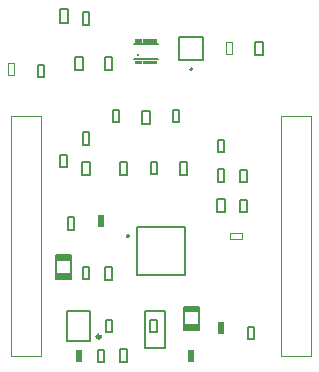
<source format=gbr>
%TF.GenerationSoftware,Altium Limited,Altium Designer,22.6.1 (34)*%
G04 Layer_Color=16711935*
%FSLAX45Y45*%
%MOMM*%
%TF.SameCoordinates,421C64DB-711B-49BE-949A-821E8169F4DF*%
%TF.FilePolarity,Positive*%
%TF.FileFunction,Other,Mechanical_13*%
%TF.Part,Single*%
G01*
G75*
%TA.AperFunction,NonConductor*%
%ADD32C,0.20000*%
%ADD33C,0.12700*%
%ADD34C,0.15240*%
%ADD42C,0.30000*%
%ADD57C,0.05000*%
%ADD58C,0.10000*%
G36*
X660400Y177800D02*
X609600D01*
Y76200D01*
X660400D01*
Y177800D01*
D02*
G37*
G36*
X570500Y829500D02*
Y779500D01*
X445500D01*
Y829500D01*
X570500D01*
D02*
G37*
G36*
Y979500D02*
Y929500D01*
X445500D01*
Y979500D01*
X570500D01*
D02*
G37*
G36*
X1650000Y494500D02*
X1525000D01*
Y544500D01*
X1650000D01*
Y494500D01*
D02*
G37*
G36*
Y344500D02*
X1525000D01*
Y394500D01*
X1650000D01*
Y344500D01*
D02*
G37*
G36*
X1866900Y311150D02*
X1816100D01*
Y412750D01*
X1866900D01*
Y311150D01*
D02*
G37*
G36*
X1612900Y76200D02*
X1562100D01*
Y177800D01*
X1612900D01*
Y76200D01*
D02*
G37*
G36*
X1300305Y2597188D02*
X1242750D01*
Y2627250D01*
X1300305D01*
Y2597188D01*
D02*
G37*
G36*
X1170190Y2597074D02*
X1112750D01*
Y2627250D01*
X1170190D01*
Y2597074D01*
D02*
G37*
G36*
X1235304Y2597051D02*
X1177750D01*
Y2627250D01*
X1235304D01*
Y2597051D01*
D02*
G37*
G36*
X850900Y1219200D02*
X800100D01*
Y1320800D01*
X850900D01*
Y1219200D01*
D02*
G37*
G36*
X1170224Y2809750D02*
Y2779804D01*
X1112750D01*
Y2809750D01*
X1170224D01*
D02*
G37*
G36*
X1235288D02*
Y2779849D01*
X1177750D01*
Y2809750D01*
X1235288D01*
D02*
G37*
G36*
X1300377D02*
Y2779853D01*
X1242750D01*
Y2809750D01*
X1300377D01*
D02*
G37*
D32*
X1597500Y2555500D02*
G03*
X1597500Y2555500I-10000J0D01*
G01*
D33*
X535000Y256000D02*
Y506000D01*
X735000D01*
Y256000D02*
Y506000D01*
X535000Y256000D02*
X735000D01*
X1194500Y504000D02*
X1364500D01*
X1194500Y194000D02*
Y504000D01*
Y194000D02*
X1364500D01*
Y504000D01*
X797500Y74000D02*
Y180000D01*
X853500Y74000D02*
Y180000D01*
X797500D02*
X853500D01*
X797500Y74000D02*
X853500D01*
X988000Y72000D02*
Y182000D01*
X1044000Y72000D02*
Y182000D01*
X988000D02*
X1044000D01*
X988000Y72000D02*
X1044000D01*
X345500Y2487000D02*
Y2593000D01*
X289500Y2487000D02*
Y2593000D01*
X345500D01*
X289500Y2487000D02*
X345500D01*
X917000Y2550500D02*
Y2656500D01*
X861000Y2550500D02*
Y2656500D01*
X917000D01*
X861000Y2550500D02*
X917000D01*
X602000Y2546500D02*
Y2660500D01*
X668000Y2546500D02*
Y2660500D01*
X602000Y2546500D02*
X668000D01*
X602000Y2660500D02*
X668000D01*
X2124000Y2785500D02*
X2194000D01*
X2124000Y2675500D02*
X2194000D01*
Y2785500D01*
X2124000Y2675500D02*
Y2785500D01*
X1487500Y2630500D02*
X1687500D01*
X1487500D02*
Y2830500D01*
X1687500D01*
Y2630500D02*
Y2830500D01*
X541000Y2948500D02*
Y3062500D01*
X475000Y2948500D02*
Y3062500D01*
X541000D01*
X475000Y2948500D02*
X541000D01*
X726500Y2931500D02*
Y3037500D01*
X670500Y2931500D02*
Y3037500D01*
X726500D01*
X670500Y2931500D02*
X726500D01*
X861000Y772500D02*
Y878500D01*
X917000Y772500D02*
Y878500D01*
X861000Y772500D02*
X917000D01*
X861000Y878500D02*
X917000D01*
X673500Y875500D02*
X723500D01*
X673500Y775500D02*
X723500D01*
Y850500D02*
Y875500D01*
X673500Y850500D02*
Y875500D01*
Y775500D02*
Y800500D01*
X723500Y775500D02*
Y800500D01*
Y850500D01*
X673500Y800500D02*
Y850500D01*
X2070500Y267500D02*
X2120500D01*
X2070500Y367500D02*
X2120500D01*
X2070500Y267500D02*
Y292500D01*
X2120500Y267500D02*
Y292500D01*
Y342500D02*
Y367500D01*
X2070500Y342500D02*
Y367500D01*
Y292500D02*
Y342500D01*
X2120500Y292500D02*
Y342500D01*
X1525000Y344500D02*
X1650000D01*
Y544500D01*
X1525000D02*
X1650000D01*
X1525000Y344500D02*
Y544500D01*
X1242000Y328000D02*
Y434000D01*
X1298000Y328000D02*
Y434000D01*
X1242000Y328000D02*
X1298000D01*
X1242000Y434000D02*
X1298000D01*
X864000Y431000D02*
X914000D01*
X864000Y331000D02*
X914000D01*
Y406000D02*
Y431000D01*
X864000Y406000D02*
Y431000D01*
Y331000D02*
Y356000D01*
X914000Y331000D02*
Y356000D01*
Y406000D01*
X864000Y356000D02*
Y406000D01*
X445500Y779500D02*
X570500D01*
Y979500D01*
X445500D02*
X570500D01*
X445500Y779500D02*
Y979500D01*
X543500Y1195000D02*
Y1305000D01*
X599500Y1195000D02*
Y1305000D01*
X543500Y1195000D02*
X599500D01*
X543500Y1305000D02*
X599500D01*
X480000Y1725000D02*
Y1831000D01*
X536000Y1725000D02*
Y1831000D01*
X480000Y1725000D02*
X536000D01*
X480000Y1831000D02*
X536000D01*
X663500Y1769500D02*
X733500D01*
X663500Y1659500D02*
X733500D01*
Y1769500D01*
X663500Y1659500D02*
Y1769500D01*
X726500Y1915500D02*
Y2021500D01*
X670500Y1915500D02*
Y2021500D01*
X726500D01*
X670500Y1915500D02*
X726500D01*
X924500Y2106000D02*
Y2212000D01*
X980500Y2106000D02*
Y2212000D01*
X924500Y2106000D02*
X980500D01*
X924500Y2212000D02*
X980500D01*
X1171500Y2086500D02*
X1241500D01*
X1171500Y2196500D02*
X1241500D01*
X1171500Y2086500D02*
Y2196500D01*
X1241500Y2086500D02*
Y2196500D01*
X1432500Y2106000D02*
Y2212000D01*
X1488500Y2106000D02*
Y2212000D01*
X1432500Y2106000D02*
X1488500D01*
X1432500Y2212000D02*
X1488500D01*
X988000Y1661500D02*
Y1767500D01*
X1044000Y1661500D02*
Y1767500D01*
X988000Y1661500D02*
X1044000D01*
X988000Y1767500D02*
X1044000D01*
X1245000Y1764500D02*
X1295000D01*
X1245000Y1664500D02*
X1295000D01*
Y1739500D02*
Y1764500D01*
X1245000Y1739500D02*
Y1764500D01*
Y1664500D02*
Y1689500D01*
X1295000Y1664500D02*
Y1689500D01*
Y1739500D01*
X1245000Y1689500D02*
Y1739500D01*
X1869500Y1596000D02*
Y1706000D01*
X1813500Y1596000D02*
Y1706000D01*
X1869500D01*
X1813500Y1596000D02*
X1869500D01*
Y1852000D02*
Y1958000D01*
X1813500Y1852000D02*
Y1958000D01*
X1869500D01*
X1813500Y1852000D02*
X1869500D01*
X2060000Y1598000D02*
Y1704000D01*
X2004000Y1598000D02*
Y1704000D01*
X2060000D01*
X2004000Y1598000D02*
X2060000D01*
Y1344000D02*
Y1450000D01*
X2004000Y1344000D02*
Y1450000D01*
X2060000D01*
X2004000Y1344000D02*
X2060000D01*
X1806500Y1342000D02*
X1876500D01*
X1806500Y1452000D02*
X1876500D01*
X1806500Y1342000D02*
Y1452000D01*
X1876500Y1342000D02*
Y1452000D01*
X1494000Y1659500D02*
Y1769500D01*
X1554000Y1659500D02*
Y1769500D01*
X1494000Y1659500D02*
X1554000D01*
X1494000Y1769500D02*
X1554000D01*
X1128500Y1221000D02*
X1538500D01*
Y811000D02*
Y1221000D01*
X1128500Y811000D02*
X1538500D01*
X1128500D02*
Y1221000D01*
D34*
X1104000Y2766000D02*
X1309000D01*
X1104000Y2641000D02*
X1309000D01*
D42*
X819142Y291000D02*
G03*
X819142Y291000I-14142J0D01*
G01*
X1054000Y1141000D02*
G03*
X1054000Y1141000I-5000J0D01*
G01*
D57*
X1146500Y2673500D02*
G03*
X1146500Y2673500I-10000J0D01*
G01*
D58*
X38500Y2503500D02*
Y2603500D01*
X88500D01*
Y2503500D02*
Y2603500D01*
X38500Y2503500D02*
X88500D01*
X1880000Y2680500D02*
Y2780500D01*
X1930000D01*
Y2680500D02*
Y2780500D01*
X1880000Y2680500D02*
X1930000D01*
X1918500Y1118000D02*
X2018500D01*
X1918500D02*
Y1168000D01*
X2018500D01*
Y1118000D02*
Y1168000D01*
X317500Y127000D02*
Y2159000D01*
X63500Y127000D02*
Y2159000D01*
Y127000D02*
X317500D01*
X63500Y2159000D02*
X317500D01*
X2349500D02*
X2603500D01*
X2349500Y127000D02*
X2603500D01*
X2349500D02*
Y2159000D01*
X2603500Y127000D02*
Y2159000D01*
%TF.MD5,19575b223f1cf311491453211df0bf36*%
M02*

</source>
